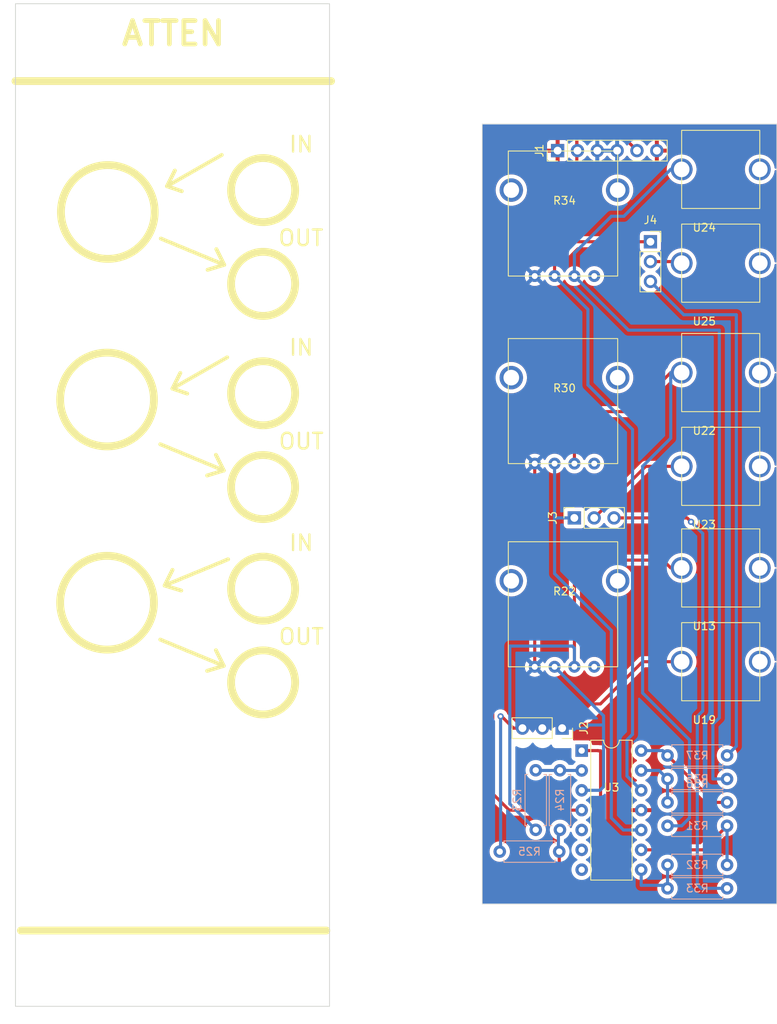
<source format=kicad_pcb>
(kicad_pcb (version 20241229) (generator "pcbnew") (generator_version "9.0")
  (layers (0 "F.Cu" signal) (2 "B.Cu" signal) (13 "F.Paste" user) (15 "B.Paste" user) (5 "F.SilkS" user "F.Silkscreen") (7 "B.SilkS" user "B.Silkscreen") (1 "F.Mask" user) (3 "B.Mask" user) (25 "Edge.Cuts" user))
  (net 0 "")
  (net 1 "GND")
  (net 2 "Net-(R22-E)")
  (net 4 "Net-(J2-Pin_3)")
  (net 5 "+12V")
  (net 8 "Net-(U3A--)")
  (net 9 "Net-(R30-E)")
  (net 13 "Net-(J2-Pin_1)")
  (net 14 "Net-(U3C--)")
  (net 16 "Net-(R34-E)")
  (net 18 "-12V")
  (net 19 "Net-(J2-Pin_2)")
  (net 21 "Net-(U3D--)")
  (net 24 "Net-(J3-Pin_1)")
  (net 25 "Net-(J3-Pin_3)")
  (net 26 "Net-(R24-Pad1)")
  (net 27 "Net-(J3-Pin_2)")
  (net 29 "Net-(R32-Pad1)")
  (net 30 "Net-(R36-Pad1)")
  (net 31 "Net-(J4-Pin_2)")
  (net 32 "Net-(J4-Pin_1)")
  (net 33 "Net-(J4-Pin_3)")
  (footprint "Library:3mm5 Mono Aux" (layer "F.Cu") (at 161.8 60.9 180)
    (property "Reference" "U24" (at 2.1 -7.45 0) (layer "F.SilkS"))
    (property "Value" "Aux_flush")
    (fp_rect (start -5 -5) (end 5 5) (stroke (width 0.12)) (fill no) (layer "F.SilkS"))
    (pad "1" thru_hole circle (at 5 0 180) (size 2.8 2.8) (drill 2) (layers "*.Cu" "*.Mask") (net 16 "Net-(R34-E)"))
    (pad "2" thru_hole circle (at -5 0 180) (size 2.8 2.8) (drill 2) (layers "*.Cu" "*.Mask"))
  )
  (footprint "MountingHole:MountingHole_3.2mm_M3" (layer "F.Cu") (at 104.42 165.2)
    (property "Reference" "REF**" (hide yes))
    (property "Value" "MountingHole_3.2mm_M3")
    (pad "" np_thru_hole circle (at 0 0) (size 3.2 3.2) (drill 3.2) (layers "*.Cu" "*.Mask"))
  )
  (footprint "Library:3mm5 Mono Aux" (layer "F.Cu") (at 161.8 123.9 180)
    (property "Reference" "U19" (at 2.1 -7.45 0) (layer "F.SilkS"))
    (property "Value" "Aux_flush")
    (fp_rect (start -5 -5) (end 5 5) (stroke (width 0.12)) (fill no) (layer "F.SilkS"))
    (pad "1" thru_hole circle (at 5 0 180) (size 2.8 2.8) (drill 2) (layers "*.Cu" "*.Mask") (net 19 "Net-(J2-Pin_2)"))
    (pad "2" thru_hole circle (at -5 0 180) (size 2.8 2.8) (drill 2) (layers "*.Cu" "*.Mask"))
  )
  (footprint "pretties:AlpsPot" (layer "F.Cu") (at 137.99 74.549)
    (property "Reference" "R34" (at 3.81 -9.649 0) (layer "F.SilkS"))
    (property "Value" "AlpsPot")
    (fp_rect (start -3.38 -16) (end 10.62 0) (stroke (width 0.12)) (fill no) (layer "F.SilkS"))
    (pad "1" thru_hole circle (at 0 0) (size 1.524 1.524) (drill 0.762) (layers "*.Cu" "*.Mask") (net 1 "GND"))
    (pad "2" thru_hole circle (at 2.54 0) (size 1.524 1.524) (drill 0.762) (layers "*.Cu" "*.Mask") (net 32 "Net-(J4-Pin_1)"))
    (pad "3" thru_hole circle (at 5.08 0) (size 1.524 1.524) (drill 0.762) (layers "*.Cu" "*.Mask") (net 16 "Net-(R34-E)"))
    (pad "4" thru_hole circle (at 7.62 0) (size 1.524 1.524) (drill 0.762) (layers "*.Cu" "*.Mask"))
    (pad "5" thru_hole circle (at -3 -11) (size 3 3) (drill 2) (layers "*.Cu" "*.Mask"))
    (pad "6" thru_hole circle (at 10.62 -11) (size 3 3) (drill 2) (layers "*.Cu" "*.Mask"))
  )
  (footprint "Connector_PinHeader_2.54mm:PinHeader_1x06_P2.54mm_Vertical" (layer "F.Cu") (at 140.92 58.5 90)
    (property "Reference" "J1" (at 0 -2.33 90) (layer "F.SilkS"))
    (property "Value" "Conn_01x06_Male")
    (fp_line (start -1.33 -1.33) (end 0 -1.33) (stroke (width 0.12)) (layer "F.SilkS"))
    (fp_line (start -1.33 0) (end -1.33 -1.33) (stroke (width 0.12)) (layer "F.SilkS"))
    (fp_line (start 1.33 1.27) (end 1.33 14.03) (stroke (width 0.12)) (layer "F.SilkS"))
    (fp_line (start -1.33 1.27) (end 1.33 1.27) (stroke (width 0.12)) (layer "F.SilkS"))
    (fp_line (start -1.33 1.27) (end -1.33 14.03) (stroke (width 0.12)) (layer "F.SilkS"))
    (fp_line (start -1.33 14.03) (end 1.33 14.03) (stroke (width 0.12)) (layer "F.SilkS"))
    (pad "1" thru_hole rect (at 0 0 90) (size 1.7 1.7) (drill 1) (layers "*.Cu" "*.Mask") (net 5 "+12V"))
    (pad "2" thru_hole oval (at 0 2.54 90) (size 1.7 1.7) (drill 1) (layers "*.Cu" "*.Mask") (net 18 "-12V"))
    (pad "3" thru_hole oval (at 0 5.08 90) (size 1.7 1.7) (drill 1) (layers "*.Cu" "*.Mask") (net 1 "GND"))
    (pad "4" thru_hole oval (at 0 7.62 90) (size 1.7 1.7) (drill 1) (layers "*.Cu" "*.Mask") (net 1 "GND"))
    (pad "5" thru_hole oval (at 0 10.16 90) (size 1.7 1.7) (drill 1) (layers "*.Cu" "*.Mask") (net 18 "-12V"))
    (pad "6" thru_hole oval (at 0 12.7 90) (size 1.7 1.7) (drill 1) (layers "*.Cu" "*.Mask") (net 5 "+12V"))
  )
  (footprint "MountingHole:MountingHole_3.2mm_M3" (layer "F.Cu") (at 103.22 75.55)
    (property "Reference" "REF**" (hide yes))
    (property "Value" "MountingHole_3.2mm_M3" (hide yes))
    (pad "" np_thru_hole circle (at 0 0) (size 6.2 6.2) (drill 6.2) (layers "*.Cu" "*.Mask"))
  )
  (footprint "Library:3mm5 Mono Aux" (layer "F.Cu") (at 161.8 98.9 180)
    (property "Reference" "U23" (at 2.1 -7.45 0) (layer "F.SilkS"))
    (property "Value" "Aux_flush")
    (fp_rect (start -5 -5) (end 5 5) (stroke (width 0.12)) (fill no) (layer "F.SilkS"))
    (pad "1" thru_hole circle (at 5 0 180) (size 2.8 2.8) (drill 2) (layers "*.Cu" "*.Mask") (net 27 "Net-(J3-Pin_2)"))
    (pad "2" thru_hole circle (at -5 0 180) (size 2.8 2.8) (drill 2) (layers "*.Cu" "*.Mask"))
  )
  (footprint "Library:3mm5 Mono Aux" (layer "F.Cu") (at 161.8 111.9 180)
    (property "Reference" "U13" (at 2.1 -7.45 0) (layer "F.SilkS"))
    (property "Value" "Aux_flush")
    (fp_rect (start -5 -5) (end 5 5) (stroke (width 0.12)) (fill no) (layer "F.SilkS"))
    (pad "1" thru_hole circle (at 5 0 180) (size 2.8 2.8) (drill 2) (layers "*.Cu" "*.Mask") (net 2 "Net-(R22-E)"))
    (pad "2" thru_hole circle (at -5 0 180) (size 2.8 2.8) (drill 2) (layers "*.Cu" "*.Mask"))
  )
  (footprint "MountingHole:MountingHole_3.2mm_M3" (layer "F.Cu") (at 79.02 42.7)
    (property "Reference" "REF**" (hide yes))
    (property "Value" "MountingHole_3.2mm_M3")
    (pad "" np_thru_hole circle (at 0 0) (size 3.2 3.2) (drill 3.2) (layers "*.Cu" "*.Mask"))
  )
  (footprint "MountingHole:MountingHole_3.2mm_M3" (layer "F.Cu") (at 103.22 101.55)
    (property "Reference" "REF**" (hide yes))
    (property "Value" "MountingHole_3.2mm_M3" (hide yes))
    (pad "" np_thru_hole circle (at 0 0) (size 6.2 6.2) (drill 6.2) (layers "*.Cu" "*.Mask"))
  )
  (footprint "MountingHole:MountingHole_3.2mm_M3" (layer "F.Cu") (at 103.22 63.55)
    (property "Reference" "REF**" (hide yes))
    (property "Value" "MountingHole_3.2mm_M3" (hide yes))
    (pad "" np_thru_hole circle (at 0 0) (size 6.2 6.2) (drill 6.2) (layers "*.Cu" "*.Mask"))
  )
  (footprint "MountingHole:MountingHole_3.2mm_M3" (layer "F.Cu") (at 103.22 126.55)
    (property "Reference" "REF**" (hide yes))
    (property "Value" "MountingHole_3.2mm_M3" (hide yes))
    (pad "" np_thru_hole circle (at 0 0) (size 6.2 6.2) (drill 6.2) (layers "*.Cu" "*.Mask"))
  )
  (footprint "pretties:AlpsPot" (layer "F.Cu") (at 137.99 98.549)
    (property "Reference" "R30" (at 3.81 -9.649 0) (layer "F.SilkS"))
    (property "Value" "AlpsPot")
    (fp_rect (start -3.38 -16) (end 10.62 0) (stroke (width 0.12)) (fill no) (layer "F.SilkS"))
    (pad "1" thru_hole circle (at 0 0) (size 1.524 1.524) (drill 0.762) (layers "*.Cu" "*.Mask") (net 1 "GND"))
    (pad "2" thru_hole circle (at 2.54 0) (size 1.524 1.524) (drill 0.762) (layers "*.Cu" "*.Mask") (net 24 "Net-(J3-Pin_1)"))
    (pad "3" thru_hole circle (at 5.08 0) (size 1.524 1.524) (drill 0.762) (layers "*.Cu" "*.Mask") (net 9 "Net-(R30-E)"))
    (pad "4" thru_hole circle (at 7.62 0) (size 1.524 1.524) (drill 0.762) (layers "*.Cu" "*.Mask"))
    (pad "5" thru_hole circle (at -3 -11) (size 3 3) (drill 2) (layers "*.Cu" "*.Mask"))
    (pad "6" thru_hole circle (at 10.62 -11) (size 3 3) (drill 2) (layers "*.Cu" "*.Mask"))
  )
  (footprint "MountingHole:MountingHole_3.2mm_M3" (layer "F.Cu") (at 83.24 90.349167)
    (property "Reference" "REF**" (hide yes))
    (property "Value" "MountingHole_3.2mm_M3" (hide yes))
    (pad "" np_thru_hole circle (at 0 0) (size 9.2 9.2) (drill 9.2) (layers "*.Cu" "*.Mask"))
  )
  (footprint "MountingHole:MountingHole_3.2mm_M3" (layer "F.Cu") (at 83.34 66.35)
    (property "Reference" "REF**" (hide yes))
    (property "Value" "MountingHole_3.2mm_M3" (hide yes))
    (pad "" np_thru_hole circle (at 0 0) (size 9.2 9.2) (drill 9.2) (layers "*.Cu" "*.Mask"))
  )
  (footprint "MountingHole:MountingHole_3.2mm_M3" (layer "F.Cu") (at 79.02 165.2)
    (property "Reference" "REF**" (hide yes))
    (property "Value" "MountingHole_3.2mm_M3")
    (pad "" np_thru_hole circle (at 0 0) (size 3.2 3.2) (drill 3.2) (layers "*.Cu" "*.Mask"))
  )
  (footprint "Package_DIP:DIP-14_W7.62mm" (layer "F.Cu") (at 144 135.275)
    (property "Reference" "U3" (at 3.82 4.725 0) (layer "F.SilkS"))
    (property "Value" "TL074")
    (fp_line (start 1.16 -1.33) (end 1.16 16.57) (stroke (width 0.12)) (layer "F.SilkS"))
    (fp_line (start 1.16 16.57) (end 6.46 16.57) (stroke (width 0.12)) (layer "F.SilkS"))
    (fp_line (start 2.81 -1.33) (end 1.16 -1.33) (stroke (width 0.12)) (layer "F.SilkS"))
    (fp_line (start 6.46 -1.33) (end 4.81 -1.33) (stroke (width 0.12)) (layer "F.SilkS"))
    (fp_line (start 6.46 16.57) (end 6.46 -1.33) (stroke (width 0.12)) (layer "F.SilkS"))
    (fp_arc (start 4.81 -1.33) (mid 3.81 -0.33) (end 2.81 -1.33) (stroke (width 0.12)) (layer "F.SilkS"))
    (pad "1" thru_hole rect (at 0 0) (size 1.6 1.6) (drill 0.8) (layers "*.Cu" "*.Mask") (net 26 "Net-(R24-Pad1)"))
    (pad "2" thru_hole oval (at 0 2.54) (size 1.6 1.6) (drill 0.8) (layers "*.Cu" "*.Mask") (net 8 "Net-(U3A--)"))
    (pad "3" thru_hole oval (at 0 5.08) (size 1.6 1.6) (drill 0.8) (layers "*.Cu" "*.Mask") (net 13 "Net-(J2-Pin_1)"))
    (pad "4" thru_hole oval (at 0 7.62) (size 1.6 1.6) (drill 0.8) (layers "*.Cu" "*.Mask") (net 18 "-12V"))
    (pad "5" thru_hole oval (at 0 10.16) (size 1.6 1.6) (drill 0.8) (layers "*.Cu" "*.Mask"))
    (pad "6" thru_hole oval (at 0 12.7) (size 1.6 1.6) (drill 0.8) (layers "*.Cu" "*.Mask"))
    (pad "7" thru_hole oval (at 0 15.24) (size 1.6 1.6) (drill 0.8) (layers "*.Cu" "*.Mask"))
    (pad "8" thru_hole oval (at 7.62 15.24) (size 1.6 1.6) (drill 0.8) (layers "*.Cu" "*.Mask") (net 29 "Net-(R32-Pad1)"))
    (pad "9" thru_hole oval (at 7.62 12.7) (size 1.6 1.6) (drill 0.8) (layers "*.Cu" "*.Mask") (net 14 "Net-(U3C--)"))
    (pad "10" thru_hole oval (at 7.62 10.16) (size 1.6 1.6) (drill 0.8) (layers "*.Cu" "*.Mask") (net 24 "Net-(J3-Pin_1)"))
    (pad "11" thru_hole oval (at 7.62 7.62) (size 1.6 1.6) (drill 0.8) (layers "*.Cu" "*.Mask") (net 5 "+12V"))
    (pad "12" thru_hole oval (at 7.62 5.08) (size 1.6 1.6) (drill 0.8) (layers "*.Cu" "*.Mask") (net 32 "Net-(J4-Pin_1)"))
    (pad "13" thru_hole oval (at 7.62 2.54) (size 1.6 1.6) (drill 0.8) (layers "*.Cu" "*.Mask") (net 21 "Net-(U3D--)"))
    (pad "14" thru_hole oval (at 7.62 0) (size 1.6 1.6) (drill 0.8) (layers "*.Cu" "*.Mask") (net 30 "Net-(R36-Pad1)"))
  )
  (footprint "Library:3mm5 Mono Aux" (layer "F.Cu") (at 161.8 72.9 180)
    (property "Reference" "U25" (at 2.1 -7.45 0) (layer "F.SilkS"))
    (property "Value" "Aux_flush")
    (fp_rect (start -5 -5) (end 5 5) (stroke (width 0.12)) (fill no) (layer "F.SilkS"))
    (pad "1" thru_hole circle (at 5 0 180) (size 2.8 2.8) (drill 2) (layers "*.Cu" "*.Mask") (net 31 "Net-(J4-Pin_2)"))
    (pad "2" thru_hole circle (at -5 0 180) (size 2.8 2.8) (drill 2) (layers "*.Cu" "*.Mask"))
  )
  (footprint "MountingHole:MountingHole_3.2mm_M3" (layer "F.Cu") (at 83.239167 116.35)
    (property "Reference" "REF**" (hide yes))
    (property "Value" "MountingHole_3.2mm_M3" (hide yes))
    (pad "" np_thru_hole circle (at 0 0) (size 9.2 9.2) (drill 9.2) (layers "*.Cu" "*.Mask"))
  )
  (footprint "MountingHole:MountingHole_3.2mm_M3" (layer "F.Cu") (at 104.42 42.7)
    (property "Reference" "REF**" (hide yes))
    (property "Value" "MountingHole_3.2mm_M3")
    (pad "" np_thru_hole circle (at 0 0) (size 3.2 3.2) (drill 3.2) (layers "*.Cu" "*.Mask"))
  )
  (footprint "pretties:AlpsPot" (layer "F.Cu") (at 137.99 124.549)
    (property "Reference" "R22" (at 3.81 -9.649 0) (layer "F.SilkS"))
    (property "Value" "AlpsPot")
    (fp_rect (start -3.38 -16) (end 10.62 0) (stroke (width 0.12)) (fill no) (layer "F.SilkS"))
    (pad "1" thru_hole circle (at 0 0) (size 1.524 1.524) (drill 0.762) (layers "*.Cu" "*.Mask") (net 1 "GND"))
    (pad "2" thru_hole circle (at 2.54 0) (size 1.524 1.524) (drill 0.762) (layers "*.Cu" "*.Mask") (net 13 "Net-(J2-Pin_1)"))
    (pad "3" thru_hole circle (at 5.08 0) (size 1.524 1.524) (drill 0.762) (layers "*.Cu" "*.Mask") (net 2 "Net-(R22-E)"))
    (pad "4" thru_hole circle (at 7.62 0) (size 1.524 1.524) (drill 0.762) (layers "*.Cu" "*.Mask"))
    (pad "5" thru_hole circle (at -3 -11) (size 3 3) (drill 2) (layers "*.Cu" "*.Mask"))
    (pad "6" thru_hole circle (at 10.62 -11) (size 3 3) (drill 2) (layers "*.Cu" "*.Mask"))
  )
  (footprint "Connector_PinSocket_2.54mm:PinSocket_1x03_P2.54mm_Vertical" (layer "F.Cu") (at 143.06 105.5 90)
    (property "Reference" "J3" (at 0 -2.77 90) (layer "F.SilkS"))
    (property "Value" "Conn_01x03_Pin")
    (fp_line (start 1.33 -1.33) (end 1.33 0) (stroke (width 0.12)) (layer "F.SilkS"))
    (fp_line (start 0 -1.33) (end 1.33 -1.33) (stroke (width 0.12)) (layer "F.SilkS"))
    (fp_line (start 1.33 1.27) (end 1.33 6.41) (stroke (width 0.12)) (layer "F.SilkS"))
    (fp_line (start -1.33 1.27) (end 1.33 1.27) (stroke (width 0.12)) (layer "F.SilkS"))
    (fp_line (start -1.33 1.27) (end -1.33 6.41) (stroke (width 0.12)) (layer "F.SilkS"))
    (fp_line (start -1.33 6.41) (end 1.33 6.41) (stroke (width 0.12)) (layer "F.SilkS"))
    (pad "1" thru_hole rect (at 0 0 90) (size 1.7 1.7) (drill 1) (layers "*.Cu" "*.Mask") (net 24 "Net-(J3-Pin_1)"))
    (pad "2" thru_hole circle (at 0 2.54 90) (size 1.7 1.7) (drill 1) (layers "*.Cu" "*.Mask") (net 27 "Net-(J3-Pin_2)"))
    (pad "3" thru_hole circle (at 0 5.08 90) (size 1.7 1.7) (drill 1) (layers "*.Cu" "*.Mask") (net 25 "Net-(J3-Pin_3)"))
  )
  (footprint "Library:3mm5 Mono Aux" (layer "F.Cu") (at 161.8 86.9 180)
    (property "Reference" "U22" (at 2.1 -7.45 0) (layer "F.SilkS"))
    (property "Value" "Aux_flush")
    (fp_rect (start -5 -5) (end 5 5) (stroke (width 0.12)) (fill no) (layer "F.SilkS"))
    (pad "1" thru_hole circle (at 5 0 180) (size 2.8 2.8) (drill 2) (layers "*.Cu" "*.Mask") (net 9 "Net-(R30-E)"))
    (pad "2" thru_hole circle (at -5 0 180) (size 2.8 2.8) (drill 2) (layers "*.Cu" "*.Mask"))
  )
  (footprint "MountingHole:MountingHole_3.2mm_M3" (layer "F.Cu") (at 103.22 114.55)
    (property "Reference" "REF**" (hide yes))
    (property "Value" "MountingHole_3.2mm_M3" (hide yes))
    (pad "" np_thru_hole circle (at 0 0) (size 6.2 6.2) (drill 6.2) (layers "*.Cu" "*.Mask"))
  )
  (footprint "Connector_PinSocket_2.54mm:PinSocket_1x03_P2.54mm_Vertical" (layer "F.Cu") (at 152.8 70.16)
    (property "Reference" "J4" (at 0 -2.77 0) (layer "F.SilkS"))
    (property "Value" "Conn_01x03_Pin")
    (fp_line (start -1.33 1.27) (end -1.33 6.41) (stroke (width 0.12)) (layer "F.SilkS"))
    (fp_line (start -1.33 1.27) (end 1.33 1.27) (stroke (width 0.12)) (layer "F.SilkS"))
    (fp_line (start -1.33 6.41) (end 1.33 6.41) (stroke (width 0.12)) (layer "F.SilkS"))
    (fp_line (start 0 -1.33) (end 1.33 -1.33) (stroke (width 0.12)) (layer "F.SilkS"))
    (fp_line (start 1.33 -1.33) (end 1.33 0) (stroke (width 0.12)) (layer "F.SilkS"))
    (fp_line (start 1.33 1.27) (end 1.33 6.41) (stroke (width 0.12)) (layer "F.SilkS"))
    (pad "1" thru_hole rect (at 0 0) (size 1.7 1.7) (drill 1) (layers "*.Cu" "*.Mask") (net 32 "Net-(J4-Pin_1)"))
    (pad "2" thru_hole circle (at 0 2.54) (size 1.7 1.7) (drill 1) (layers "*.Cu" "*.Mask") (net 31 "Net-(J4-Pin_2)"))
    (pad "3" thru_hole circle (at 0 5.08) (size 1.7 1.7) (drill 1) (layers "*.Cu" "*.Mask") (net 33 "Net-(J4-Pin_3)"))
  )
  (footprint "MountingHole:MountingHole_3.2mm_M3" (layer "F.Cu") (at 103.22 89.55)
    (property "Reference" "REF**" (hide yes))
    (property "Value" "MountingHole_3.2mm_M3" (hide yes))
    (pad "" np_thru_hole circle (at 0 0) (size 6.2 6.2) (drill 6.2) (layers "*.Cu" "*.Mask"))
  )
  (footprint "Connector_PinSocket_2.54mm:PinSocket_1x03_P2.54mm_Vertical" (layer "F.Cu") (at 141.5 132.4 -90)
    (property "Reference" "J2" (at 0 -2.77 90) (layer "F.SilkS"))
    (property "Value" "Conn_01x03_Pin")
    (fp_line (start -1.33 6.41) (end 1.33 6.41) (stroke (width 0.12)) (layer "F.SilkS"))
    (fp_line (start -1.33 1.27) (end -1.33 6.41) (stroke (width 0.12)) (layer "F.SilkS"))
    (fp_line (start -1.33 1.27) (end 1.33 1.27) (stroke (width 0.12)) (layer "F.SilkS"))
    (fp_line (start 1.33 1.27) (end 1.33 6.41) (stroke (width 0.12)) (layer "F.SilkS"))
    (fp_line (start 0 -1.33) (end 1.33 -1.33) (stroke (width 0.12)) (layer "F.SilkS"))
    (fp_line (start 1.33 -1.33) (end 1.33 0) (stroke (width 0.12)) (layer "F.SilkS"))
    (pad "1" thru_hole rect (at 0 0 270) (size 1.7 1.7) (drill 1) (layers "*.Cu" "*.Mask") (net 13 "Net-(J2-Pin_1)"))
    (pad "2" thru_hole circle (at 0 2.54 270) (size 1.7 1.7) (drill 1) (layers "*.Cu" "*.Mask") (net 19 "Net-(J2-Pin_2)"))
    (pad "3" thru_hole circle (at 0 5.08 270) (size 1.7 1.7) (drill 1) (layers "*.Cu" "*.Mask") (net 4 "Net-(J2-Pin_3)"))
  )
  (footprint "Resistor_THT:R_Axial_DIN0207_L6.3mm_D2.5mm_P7.62mm_Horizontal" (layer "B.Cu") (at 138.12 137.79 -90)
    (property "Reference" "R23" (at 3.81 2.37 90) (layer "B.SilkS") (effects (justify mirror)))
    (property "Value" "100k")
    (fp_line (start 0.54 1.37) (end 7.08 1.37) (stroke (width 0.12)) (layer "B.SilkS"))
    (fp_line (start 7.08 1.37) (end 7.08 1.04) (stroke (width 0.12)) (layer "B.SilkS"))
    (fp_line (start 0.54 1.04) (end 0.54 1.37) (stroke (width 0.12)) (layer "B.SilkS"))
    (fp_line (start 0.54 -1.04) (end 0.54 -1.37) (stroke (width 0.12)) (layer "B.SilkS"))
    (fp_line (start 0.54 -1.37) (end 7.08 -1.37) (stroke (width 0.12)) (layer "B.SilkS"))
    (fp_line (start 7.08 -1.37) (end 7.08 -1.04) (stroke (width 0.12)) (layer "B.SilkS"))
    (pad "1" thru_hole circle (at 0 0 270) (size 1.6 1.6) (drill 0.8) (layers "*.Cu" "*.Mask") (net 8 "Net-(U3A--)"))
    (pad "2" thru_hole oval (at 7.62 0 270) (size 1.6 1.6) (drill 0.8) (layers "*.Cu" "*.Mask") (net 2 "Net-(R22-E)"))
  )
  (footprint "Resistor_THT:R_Axial_DIN0207_L6.3mm_D2.5mm_P7.62mm_Horizontal" (layer "B.Cu") (at 162.61 141.9 180)
    (property "Reference" "R36" (at 3.81 2.37 0) (layer "B.SilkS") (effects (justify mirror)))
    (property "Value" "100k")
    (fp_line (start 7.08 1.37) (end 7.08 1.04) (stroke (width 0.12)) (layer "B.SilkS"))
    (fp_line (start 7.08 -1.37) (end 7.08 -1.04) (stroke (width 0.12)) (layer "B.SilkS"))
    (fp_line (start 0.54 1.37) (end 7.08 1.37) (stroke (width 0.12)) (layer "B.SilkS"))
    (fp_line (start 0.54 1.04) (end 0.54 1.37) (stroke (width 0.12)) (layer "B.SilkS"))
    (fp_line (start 0.54 -1.04) (end 0.54 -1.37) (stroke (width 0.12)) (layer "B.SilkS"))
    (fp_line (start 0.54 -1.37) (end 7.08 -1.37) (stroke (width 0.12)) (layer "B.SilkS"))
    (pad "1" thru_hole circle (at 0 0 180) (size 1.6 1.6) (drill 0.8) (layers "*.Cu" "*.Mask") (net 30 "Net-(R36-Pad1)"))
    (pad "2" thru_hole oval (at 7.62 0 180) (size 1.6 1.6) (drill 0.8) (layers "*.Cu" "*.Mask") (net 21 "Net-(U3D--)"))
  )
  (footprint "Resistor_THT:R_Axial_DIN0207_L6.3mm_D2.5mm_P7.62mm_Horizontal" (layer "B.Cu") (at 162.61 152.9 180)
    (property "Reference" "R33" (at 3.81 0 0) (layer "B.SilkS") (effects (justify mirror)))
    (property "Value" "1k")
    (fp_line (start 7.08 1.37) (end 7.08 1.04) (stroke (width 0.12)) (layer "B.SilkS"))
    (fp_line (start 7.08 -1.37) (end 7.08 -1.04) (stroke (width 0.12)) (layer "B.SilkS"))
    (fp_line (start 0.54 1.37) (end 7.08 1.37) (stroke (width 0.12)) (layer "B.SilkS"))
    (fp_line (start 0.54 1.04) (end 0.54 1.37) (stroke (width 0.12)) (layer "B.SilkS"))
    (fp_line (start 0.54 -1.04) (end 0.54 -1.37) (stroke (width 0.12)) (layer "B.SilkS"))
    (fp_line (start 0.54 -1.37) (end 7.08 -1.37) (stroke (width 0.12)) (layer "B.SilkS"))
    (pad "1" thru_hole circle (at 0 0 180) (size 1.6 1.6) (drill 0.8) (layers "*.Cu" "*.Mask") (net 25 "Net-(J3-Pin_3)"))
    (pad "2" thru_hole oval (at 7.62 0 180) (size 1.6 1.6) (drill 0.8) (layers "*.Cu" "*.Mask") (net 29 "Net-(R32-Pad1)"))
  )
  (footprint "Resistor_THT:R_Axial_DIN0207_L6.3mm_D2.5mm_P7.62mm_Horizontal" (layer "B.Cu") (at 141.22 145.41 90)
    (property "Reference" "R24" (at 3.81 0 90) (layer "B.SilkS") (effects (justify mirror)))
    (property "Value" "100k")
    (fp_line (start 7.08 -1.37) (end 7.08 -1.04) (stroke (width 0.12)) (layer "B.SilkS"))
    (fp_line (start 0.54 -1.37) (end 7.08 -1.37) (stroke (width 0.12)) (layer "B.SilkS"))
    (fp_line (start 0.54 -1.04) (end 0.54 -1.37) (stroke (width 0.12)) (layer "B.SilkS"))
    (fp_line (start 0.54 1.04) (end 0.54 1.37) (stroke (width 0.12)) (layer "B.SilkS"))
    (fp_line (start 7.08 1.37) (end 7.08 1.04) (stroke (width 0.12)) (layer "B.SilkS"))
    (fp_line (start 0.54 1.37) (end 7.08 1.37) (stroke (width 0.12)) (layer "B.SilkS"))
    (pad "1" thru_hole circle (at 0 0 90) (size 1.6 1.6) (drill 0.8) (layers "*.Cu" "*.Mask") (net 26 "Net-(R24-Pad1)"))
    (pad "2" thru_hole oval (at 7.62 0 90) (size 1.6 1.6) (drill 0.8) (layers "*.Cu" "*.Mask") (net 8 "Net-(U3A--)"))
  )
  (footprint "Resistor_THT:R_Axial_DIN0207_L6.3mm_D2.5mm_P7.62mm_Horizontal" (layer "B.Cu") (at 154.99 138.9)
    (property "Reference" "R35" (at 3.81 0 0) (layer "B.SilkS") (effects (justify mirror)))
    (property "Value" "100k")
    (fp_line (start 0.54 -1.37) (end 7.08 -1.37) (stroke (width 0.12)) (layer "B.SilkS"))
    (fp_line (start 0.54 -1.04) (end 0.54 -1.37) (stroke (width 0.12)) (layer "B.SilkS"))
    (fp_line (start 0.54 1.04) (end 0.54 1.37) (stroke (width 0.12)) (layer "B.SilkS"))
    (fp_line (start 0.54 1.37) (end 7.08 1.37) (stroke (width 0.12)) (layer "B.SilkS"))
    (fp_line (start 7.08 -1.37) (end 7.08 -1.04) (stroke (width 0.12)) (layer "B.SilkS"))
    (fp_line (start 7.08 1.37) (end 7.08 1.04) (stroke (width 0.12)) (layer "B.SilkS"))
    (pad "1" thru_hole circle (at 0 0) (size 1.6 1.6) (drill 0.8) (layers "*.Cu" "*.Mask") (net 21 "Net-(U3D--)"))
    (pad "2" thru_hole oval (at 7.62 0) (size 1.6 1.6) (drill 0.8) (layers "*.Cu" "*.Mask") (net 16 "Net-(R34-E)"))
  )
  (footprint "Resistor_THT:R_Axial_DIN0207_L6.3mm_D2.5mm_P7.62mm_Horizontal" (layer "B.Cu") (at 133.51 148.2)
    (property "Reference" "R25" (at 3.81 0 0) (layer "B.SilkS") (effects (justify mirror)))
    (property "Value" "1k")
    (fp_line (start 0.54 -1.37) (end 7.08 -1.37) (stroke (width 0.12)) (layer "B.SilkS"))
    (fp_line (start 0.54 -1.04) (end 0.54 -1.37) (stroke (width 0.12)) (layer "B.SilkS"))
    (fp_line (start 0.54 1.04) (end 0.54 1.37) (stroke (width 0.12)) (layer "B.SilkS"))
    (fp_line (start 0.54 1.37) (end 7.08 1.37) (stroke (width 0.12)) (layer "B.SilkS"))
    (fp_line (start 7.08 -1.37) (end 7.08 -1.04) (stroke (width 0.12)) (layer "B.SilkS"))
    (fp_line (start 7.08 1.37) (end 7.08 1.04) (stroke (width 0.12)) (layer "B.SilkS"))
    (pad "1" thru_hole circle (at 0 0) (size 1.6 1.6) (drill 0.8) (layers "*.Cu" "*.Mask") (net 4 "Net-(J2-Pin_3)"))
    (pad "2" thru_hole oval (at 7.62 0) (size 1.6 1.6) (drill 0.8) (layers "*.Cu" "*.Mask") (net 26 "Net-(R24-Pad1)"))
  )
  (footprint "Resistor_THT:R_Axial_DIN0207_L6.3mm_D2.5mm_P7.62mm_Horizontal" (layer "B.Cu") (at 154.99 149.9)
    (property "Reference" "R32" (at 3.81 0 0) (layer "B.SilkS") (effects (justify mirror)))
    (property "Value" "100k")
    (fp_line (start 0.54 -1.37) (end 7.08 -1.37) (stroke (width 0.12)) (layer "B.SilkS"))
    (fp_line (start 0.54 -1.04) (end 0.54 -1.37) (stroke (width 0.12)) (layer "B.SilkS"))
    (fp_line (start 0.54 1.04) (end 0.54 1.37) (stroke (width 0.12)) (layer "B.SilkS"))
    (fp_line (start 0.54 1.37) (end 7.08 1.37) (stroke (width 0.12)) (layer "B.SilkS"))
    (fp_line (start 7.08 -1.37) (end 7.08 -1.04) (stroke (width 0.12)) (layer "B.SilkS"))
    (fp_line (start 7.08 1.37) (end 7.08 1.04) (stroke (width 0.12)) (layer "B.SilkS"))
    (pad "1" thru_hole circle (at 0 0) (size 1.6 1.6) (drill 0.8) (layers "*.Cu" "*.Mask") (net 29 "Net-(R32-Pad1)"))
    (pad "2" thru_hole oval (at 7.62 0) (size 1.6 1.6) (drill 0.8) (layers "*.Cu" "*.Mask") (net 14 "Net-(U3C--)"))
  )
  (footprint "Resistor_THT:R_Axial_DIN0207_L6.3mm_D2.5mm_P7.62mm_Horizontal" (layer "B.Cu") (at 162.61 144.9 180)
    (property "Reference" "R31" (at 3.81 0 0) (layer "B.SilkS") (effects (justify mirror)))
    (property "Value" "100k")
    (fp_line (start 7.08 1.37) (end 7.08 1.04) (stroke (width 0.12)) (layer "B.SilkS"))
    (fp_line (start 7.08 -1.37) (end 7.08 -1.04) (stroke (width 0.12)) (layer "B.SilkS"))
    (fp_line (start 0.54 1.37) (end 7.08 1.37) (stroke (width 0.12)) (layer "B.SilkS"))
    (fp_line (start 0.54 1.04) (end 0.54 1.37) (stroke (width 0.12)) (layer "B.SilkS"))
    (fp_line (start 0.54 -1.04) (end 0.54 -1.37) (stroke (width 0.12)) (layer "B.SilkS"))
    (fp_line (start 0.54 -1.37) (end 7.08 -1.37) (stroke (width 0.12)) (layer "B.SilkS"))
    (pad "1" thru_hole circle (at 0 0 180) (size 1.6 1.6) (drill 0.8) (layers "*.Cu" "*.Mask") (net 14 "Net-(U3C--)"))
    (pad "2" thru_hole oval (at 7.62 0 180) (size 1.6 1.6) (drill 0.8) (layers "*.Cu" "*.Mask") (net 9 "Net-(R30-E)"))
  )
  (footprint "Resistor_THT:R_Axial_DIN0207_L6.3mm_D2.5mm_P7.62mm_Horizontal" (layer "B.Cu") (at 162.61 135.9 180)
    (property "Reference" "R37" (at 3.81 0 0) (layer "B.SilkS") (effects (justify mirror)))
    (property "Value" "1k")
    (fp_line (start 7.08 1.37) (end 7.08 1.04) (stroke (width 0.12)) (layer "B.SilkS"))
    (fp_line (start 7.08 -1.37) (end 7.08 -1.04) (stroke (width 0.12)) (layer "B.SilkS"))
    (fp_line (start 0.54 1.37) (end 7.08 1.37) (stroke (width 0.12)) (layer "B.SilkS"))
    (fp_line (start 0.54 1.04) (end 0.54 1.37) (stroke (width 0.12)) (layer "B.SilkS"))
    (fp_line (start 0.54 -1.04) (end 0.54 -1.37) (stroke (width 0.12)) (layer "B.SilkS"))
    (fp_line (start 0.54 -1.37) (end 7.08 -1.37) (stroke (width 0.12)) (layer "B.SilkS"))
    (pad "1" thru_hole circle (at 0 0 180) (size 1.6 1.6) (drill 0.8) (layers "*.Cu" "*.Mask") (net 33 "Net-(J4-Pin_3)"))
    (pad "2" thru_hole oval (at 7.62 0 180) (size 1.6 1.6) (drill 0.8) (layers "*.Cu" "*.Mask") (net 30 "Net-(R36-Pad1)"))
  )
  (gr_line (start 91.62 88.95) (end 92.62 86.95) (stroke (width 0.5)) (layer "F.SilkS"))
  (gr_circle (center 103.22 114.55) (end 107.32 114.65) (stroke (width 1)) (fill no) (layer "F.SilkS"))
  (gr_line (start 97.178771 97.429306) (end 98.178771 99.429306) (stroke (width 0.5)) (layer "F.SilkS"))
  (gr_line (start 91.62 112.15) (end 90.62 114.15) (stroke (width 0.5)) (layer "F.SilkS"))
  (gr_line (start 71.52 49.6) (end 111.92 49.6) (stroke (width 1)) (layer "F.SilkS"))
  (gr_line (start 90.62 114.15) (end 98.737541 110.791388) (stroke (width 0.5)) (layer "F.SilkS"))
  (gr_line (start 96.06123 100.070694) (end 98.178771 99.429306) (stroke (width 0.5)) (layer "F.SilkS"))
  (gr_circle (center 103.22 101.55) (end 107.32 101.65) (stroke (width 1)) (fill no) (layer "F.SilkS"))
  (gr_line (start 96.06123 125.070694) (end 98.178771 124.429306) (stroke (width 0.5)) (layer "F.SilkS"))
  (gr_line (start 91.62 88.95) (end 93.502459 89.591388) (stroke (width 0.5)) (layer "F.SilkS"))
  (gr_line (start 98.237541 73.108612) (end 90.12 69.75) (stroke (width 0.5)) (layer "F.SilkS"))
  (gr_circle (center 103.22 126.55) (end 107.32 126.65) (stroke (width 1)) (fill no) (layer "F.SilkS"))
  (gr_line (start 97.237541 71.108612) (end 98.237541 73.108612) (stroke (width 0.5)) (layer "F.SilkS"))
  (gr_circle (center 103.22 89.55) (end 107.32 89.65) (stroke (width 1)) (fill no) (layer "F.SilkS"))
  (gr_line (start 92.737541 114.791388) (end 90.62 114.15) (stroke (width 0.5)) (layer "F.SilkS"))
  (gr_line (start 97.178771 122.429306) (end 98.178771 124.429306) (stroke (width 0.5)) (layer "F.SilkS"))
  (gr_line (start 96.12 73.75) (end 98.237541 73.108612) (stroke (width 0.5)) (layer "F.SilkS"))
  (gr_line (start 98.178771 99.429306) (end 90.06123 96.070694) (stroke (width 0.5)) (layer "F.SilkS"))
  (gr_circle (center 103.22 75.55) (end 107.32 75.65) (stroke (width 1)) (fill no) (layer "F.SilkS"))
  (gr_line (start 98.62 84.95) (end 91.62 88.95) (stroke (width 0.5)) (layer "F.SilkS"))
  (gr_line (start 97.92 59.05) (end 90.92 63.05) (stroke (width 0.5)) (layer "F.SilkS"))
  (gr_line (start 90.92 63.05) (end 91.92 61.05) (stroke (width 0.5)) (layer "F.SilkS"))
  (gr_line (start 72.22 158.3) (end 111.32 158.3) (stroke (width 1)) (layer "F.SilkS"))
  (gr_line (start 98.178771 124.429306) (end 90.06123 121.070694) (stroke (width 0.5)) (layer "F.SilkS"))
  (gr_circle (center 83.24 90.349167) (end 89.240833 90.349167) (stroke (width 1)) (fill no) (layer "F.SilkS"))
  (gr_circle (center 103.22 63.55) (end 107.32 63.65) (stroke (width 1)) (fill no) (layer "F.SilkS"))
  (gr_circle (center 83.239167 116.35) (end 89.24 116.35) (stroke (width 1)) (fill no) (layer "F.SilkS"))
  (gr_line (start 90.92 63.05) (end 92.802459 63.691388) (stroke (width 0.5)) (layer "F.SilkS"))
  (gr_circle (center 83.34 66.35) (end 89.340833 66.35) (stroke (width 1)) (fill no) (layer "F.SilkS"))
  (gr_rect (start 131.27 55.1) (end 168.97 154.9) (stroke (width 0.1)) (fill no) (layer "Edge.Cuts"))
  (gr_rect (start 71.52 39.7) (end 111.72 168) (stroke (width 0.1)) (fill no) (layer "Edge.Cuts"))
  (gr_text "ATTEN" (at 91.72 43.5 0) (layer "F.SilkS") (effects (font (size 3 3) (thickness 0.6) (bold yes))))
  (gr_text "OUT" (at 108.1 95.7 0) (layer "F.SilkS") (effects (font (size 2 2) (thickness 0.3))))
  (gr_text "IN" (at 108.1 57.7 0) (layer "F.SilkS") (effects (font (size 2 2) (thickness 0.3))))
  (gr_text "IN" (at 108.1 108.7 0) (layer "F.SilkS") (effects (font (size 2 2) (thickness 0.3))))
  (gr_text "OUT" (at 108.1 120.7 0) (layer "F.SilkS") (effects (font (size 2 2) (thickness 0.3))))
  (gr_text "OUT" (at 108.061689 69.681221 0) (layer "F.SilkS") (effects (font (size 2 2) (thickness 0.3))))
  (gr_text "IN" (at 108.1 83.7 0) (layer "F.SilkS") (effects (font (size 2 2) (thickness 0.3))))
  (segment (start 137.99 124.549) (end 137.99 98.549) (width 0.4) (layer "F.Cu") (net 1))
  (segment (start 144.8 110.9) (end 154.4 110.9) (width 0.4) (layer "F.Cu") (net 2))
  (segment (start 143.07 112.63) (end 144.8 110.9) (width 0.4) (layer "F.Cu") (net 2))
  (segment (start 143.07 124.549) (end 143.07 112.63) (width 0.4) (layer "F.Cu") (net 2))
  (segment (start 154.4 110.9) (end 155.4 111.9) (width 0.4) (layer "F.Cu") (net 2))
  (segment (start 142.8 121.9) (end 143.07 122.17) (width 0.4) (layer "B.Cu") (net 2))
  (segment (start 134.8 142.09) (end 134.8 121.9) (width 0.4) (layer "B.Cu") (net 2))
  (segment (start 143.07 122.17) (end 143.07 124.549) (width 0.4) (layer "B.Cu") (net 2))
  (segment (start 138.12 145.41) (end 134.8 142.09) (width 0.4) (layer "B.Cu") (net 2))
  (segment (start 134.8 121.9) (end 142.8 121.9) (width 0.4) (layer "B.Cu") (net 2))
  (segment (start 133.76 130.9) (end 135.26 132.4) (width 0.4) (layer "F.Cu") (net 4))
  (segment (start 133.62 130.9) (end 133.76 130.9) (width 0.4) (layer "F.Cu") (net 4))
  (segment (start 135.26 132.4) (end 136.42 132.4) (width 0.4) (layer "F.Cu") (net 4))
  (via (at 133.62 130.9) (size 0.8) (drill 0.4) (layers "F.Cu" "B.Cu") (net 4))
  (segment (start 133.62 148.11) (end 133.62 147.3) (width 0.4) (layer "B.Cu") (net 4))
  (segment (start 133.62 147.3) (end 133.62 130.9) (width 0.4) (layer "B.Cu") (net 4))
  (segment (start 144 137.815) (end 138.135 137.815) (width 0.4) (layer "B.Cu") (net 8))
  (segment (start 138.135 137.815) (end 138.12 137.8) (width 0.4) (layer "B.Cu") (net 8))
  (segment (start 146.8 91.9) (end 150.4 91.9) (width 0.4) (layer "F.Cu") (net 9))
  (segment (start 143.07 95.63) (end 146.8 91.9) (width 0.4) (layer "F.Cu") (net 9))
  (segment (start 143.07 98.549) (end 143.07 95.63) (width 0.4) (layer "F.Cu") (net 9))
  (segment (start 150.4 91.9) (end 155.4 86.9) (width 0.4) (layer "F.Cu") (net 9))
  (segment (start 155.4 86.9) (end 155.4 95.3) (width 0.4) (layer "B.Cu") (net 9))
  (segment (start 151.8 127.9) (end 157.8 133.9) (width 0.4) (layer "B.Cu") (net 9))
  (segment (start 156.8 144.9) (end 154.99 144.9) (width 0.4) (layer "B.Cu") (net 9))
  (segment (start 151.8 98.9) (end 151.8 127.9) (width 0.4) (layer "B.Cu") (net 9))
  (segment (start 157.8 133.9) (end 157.8 143.9) (width 0.4) (layer "B.Cu") (net 9))
  (segment (start 157.8 143.9) (end 156.8 144.9) (width 0.4) (layer "B.Cu") (net 9))
  (segment (start 155.4 95.3) (end 151.8 98.9) (width 0.4) (layer "B.Cu") (net 9))
  (segment (start 144 140.355) (end 146.345 140.355) (width 0.4) (layer "B.Cu") (net 13))
  (segment (start 146.8 130.819) (end 140.53 124.549) (width 0.4) (layer "B.Cu") (net 13))
  (segment (start 144.5 132.4) (end 141.5 132.4) (width 0.4) (layer "B.Cu") (net 13))
  (segment (start 144.9 132) (end 144.5 132.4) (width 0.4) (layer "B.Cu") (net 13))
  (segment (start 146.8 132) (end 146.8 130.819) (width 0.4) (layer "B.Cu") (net 13))
  (segment (start 146.8 139.9) (end 146.8 132) (width 0.4) (layer "B.Cu") (net 13))
  (segment (start 146.8 132) (end 144.9 132) (width 0.4) (layer "B.Cu") (net 13))
  (segment (start 146.345 140.355) (end 146.8 139.9) (width 0.4) (layer "B.Cu") (net 13))
  (segment (start 151.62 147.975) (end 159.535 147.975) (width 0.4) (layer "F.Cu") (net 14))
  (segment (start 159.535 147.975) (end 162.61 144.9) (width 0.4) (layer "F.Cu") (net 14))
  (segment (start 162.61 149.9) (end 162.61 144.9) (width 0.4) (layer "B.Cu") (net 14))
  (segment (start 143.07 74.549) (end 143.07 71.63) (width 0.4) (layer "B.Cu") (net 16))
  (segment (start 162.61 138.9) (end 160.8 138.9) (width 0.4) (layer "B.Cu") (net 16))
  (segment (start 161.62 81.47349) (end 149.99449 81.47349) (width 0.4) (layer "B.Cu") (net 16))
  (segment (start 161.62 131.08) (end 161.62 81.47349) (width 0.4) (layer "B.Cu") (net 16))
  (segment (start 160.8 131.9) (end 161.62 131.08) (width 0.4) (layer "B.Cu") (net 16))
  (segment (start 155.4 60.9) (end 156.8 60.9) (width 0.4) (layer "B.Cu") (net 16))
  (segment (start 147.8 66.9) (end 149.4 66.9) (width 0.4) (layer "B.Cu") (net 16))
  (segment (start 143.07 71.63) (end 147.8 66.9) (width 0.4) (layer "B.Cu") (net 16))
  (segment (start 149.99449 81.47349) (end 143.07 74.549) (width 0.4) (layer "B.Cu") (net 16))
  (segment (start 149.4 66.9) (end 155.4 60.9) (width 0.4) (layer "B.Cu") (net 16))
  (segment (start 160.8 138.9) (end 160.8 131.9) (width 0.4) (layer "B.Cu") (net 16))
  (segment (start 133.22 84.56) (end 132.62 85.16) (width 0.4) (layer "F.Cu") (net 18))
  (segment (start 143.38 56.62) (end 143.38 58.42) (width 0.4) (layer "F.Cu") (net 18))
  (segment (start 143.38 61.7) (end 133.22 71.86) (width 0.4) (layer "F.Cu") (net 18))
  (segment (start 132.62 140.8) (end 134.715 142.895) (width 0.4) (layer "F.Cu") (net 18))
  (segment (start 149.2 56.62) (end 151.08 58.5) (width 0.4) (layer "F.Cu") (net 18))
  (segment (start 133.22 71.86) (end 133.22 84.56) (width 0.4) (layer "F.Cu") (net 18))
  (segment (start 134.715 142.895) (end 144 142.895) (width 0.4) (layer "F.Cu") (net 18))
  (segment (start 143.38 58.42) (end 143.46 58.5) (width 0.4) (layer "F.Cu") (net 18))
  (segment (start 144 142.895) (end 143.995 142.9) (width 0.4) (layer "F.Cu") (net 18))
  (segment (start 143.38 56.62) (end 143.38 61.7) (width 0.4) (layer "F.Cu") (net 18))
  (segment (start 143.38 56.62) (end 149.2 56.62) (width 0.4) (layer "F.Cu") (net 18))
  (segment (start 132.62 85.16) (end 132.62 140.8) (width 0.4) (layer "F.Cu") (net 18))
  (segment (start 151.8 123.9) (end 146.4 129.3) (width 0.4) (layer "F.Cu") (net 19))
  (segment (start 139 129.3) (end 139 132.36) (width 0.4) (layer "F.Cu") (net 19))
  (segment (start 156.8 123.9) (end 151.8 123.9) (width 0.4) (layer "F.Cu") (net 19))
  (segment (start 146.4 129.3) (end 139 129.3) (width 0.4) (layer "F.Cu") (net 19))
  (segment (start 139 132.36) (end 138.96 132.4) (width 0.4) (layer "F.Cu") (net 19))
  (segment (start 151.62 137.815) (end 153.905 137.815) (width 0.4) (layer "B.Cu") (net 21))
  (segment (start 154.99 141.9) (end 154.99 138.9) (width 0.4) (layer "B.Cu") (net 21))
  (segment (start 153.905 137.815) (end 154.99 138.9) (width 0.4) (layer "B.Cu") (net 21))
  (segment (start 151.62 145.435) (end 149.335 145.435) (width 0.4) (layer "B.Cu") (net 24))
  (segment (start 140.53 112.63) (end 140.53 105.3) (width 0.4) (layer "B.Cu") (net 24))
  (segment (start 147.8 119.9) (end 140.53 112.63) (width 0.4) (layer "B.Cu") (net 24))
  (segment (start 140.73 105.5) (end 143.06 105.5) (width 0.4) (layer "B.Cu") (net 24))
  (segment (start 149.335 145.435) (end 147.8 143.9) (width 0.4) (layer "B.Cu") (net 24))
  (segment (start 147.8 143.9) (end 147.8 119.9) (width 0.4) (layer "B.Cu") (net 24))
  (segment (start 140.53 105.3) (end 140.73 105.5) (width 0.4) (layer "B.Cu") (net 24))
  (segment (start 140.53 105.3) (end 140.53 98.549) (width 0.4) (layer "B.Cu") (net 24))
  (segment (start 157.5 105.5) (end 158 106) (width 0.4) (layer "F.Cu") (net 25))
  (segment (start 148.14 105.5) (end 157.5 105.5) (width 0.4) (layer "F.Cu") (net 25))
  (via (at 158 106) (size 0.8) (drill 0.4) (layers "F.Cu" "B.Cu") (net 25))
  (segment (start 162.61 152.9) (end 159.3 152.9) (width 0.4) (layer "B.Cu") (net 25))
  (segment (start 159.5 123.8) (end 159.5 107.5) (width 0.4) (layer "B.Cu") (net 25))
  (segment (start 159.5 107.5) (end 158 106) (width 0.4) (layer "B.Cu") (net 25))
  (segment (start 159.3 152.9) (end 158.8 152.4) (width 0.4) (layer "B.Cu") (net 25))
  (segment (start 158.8 130.9) (end 159.5 130.2) (width 0.4) (layer "B.Cu") (net 25))
  (segment (start 159.5 130.2) (end 159.5 123.8) (width 0.4) (layer "B.Cu") (net 25))
  (segment (start 158.8 152.4) (end 158.8 130.9) (width 0.4) (layer "B.Cu") (net 25))
  (segment (start 146.12 135.3) (end 146.095 135.275) (width 0.4) (layer "F.Cu") (net 26))
  (segment (start 141.72 152.9) (end 146.42 152.9) (width 0.4) (layer "F.Cu") (net 26))
  (segment (start 141.13 152.31) (end 141.72 152.9) (width 0.4) (layer "F.Cu") (net 26))
  (segment (start 146.42 152.9) (end 146.42 135.3) (width 0.4) (layer "F.Cu") (net 26))
  (segment (start 141.13 148.2) (end 141.13 152.31) (width 0.4) (layer "F.Cu") (net 26))
  (segment (start 146.42 135.3) (end 146.12 135.3) (width 0.4) (layer "F.Cu") (net 26))
  (segment (start 146.095 135.275) (end 144 135.275) (width 0.4) (layer "F.Cu") (net 26))
  (segment (start 141.02 147.89) (end 141.02 145.61) (width 0.4) (layer "B.Cu") (net 26))
  (segment (start 141.02 145.61) (end 141.22 145.41) (width 0.4) (layer "B.Cu") (net 26))
  (segment (start 145.6 105.5) (end 152.2 98.9) (width 0.4) (layer "F.Cu") (net 27))
  (segment (start 152.2 98.9) (end 156.8 98.9) (width 0.4) (layer "F.Cu") (net 27))
  (segment (start 154.605 152.515) (end 154.99 152.9) (width 0.4) (layer "B.Cu") (net 29))
  (segment (start 151.62 152.515) (end 154.605 152.515) (width 0.4) (layer "B.Cu") (net 29))
  (segment (start 154.99 149.9) (end 154.99 152.9) (width 0.4) (layer "B.Cu") (net 29))
  (segment (start 151.62 150.515) (end 151.62 152.515) (width 0.4) (layer "B.Cu") (net 29))
  (segment (start 160.99 141.9) (end 154.99 135.9) (width 0.4) (layer "F.Cu") (net 30))
  (segment (start 162.61 141.9) (end 160.99 141.9) (width 0.4) (layer "F.Cu") (net 30))
  (segment (start 151.62 135.275) (end 154.365 135.275) (width 0.4) (layer "B.Cu") (net 30))
  (segment (start 154.365 135.275) (end 154.99 135.9) (width 0.4) (layer "B.Cu") (net 30))
  (segment (start 152.8 72.7) (end 156.6 72.7) (width 0.4) (layer "F.Cu") (net 31))
  (segment (start 156.6 72.7) (end 156.8 72.9) (width 0.4) (layer "F.Cu") (net 31))
  (segment (start 140.53 72.77) (end 143.14 70.16) (width 0.4) (layer "F.Cu") (net 32))
  (segment (start 143.14 70.16) (end 152.8 70.16) (width 0.4) (layer "F.Cu") (net 32))
  (segment (start 140.53 74.549) (end 140.53 72.77) (width 0.4) (layer "F.Cu") (net 32))
  (segment (start 150.509511 133.190489) (end 149.8 133.9) (width 0.4) (layer "B.Cu") (net 32))
  (segment (start 140.53 74.549) (end 144.8 78.819) (width 0.4) (layer "B.Cu") (net 32))
  (segment (start 144.8 88.480978) (end 150.509511 94.190489) (width 0.4) (layer "B.Cu") (net 32))
  (segment (start 149.8 138.535) (end 151.62 140.355) (width 0.4) (layer "B.Cu") (net 32))
  (segment (start 144.8 78.819) (end 144.8 88.480978) (width 0.4) (layer "B.Cu") (net 32))
  (segment (start 149.8 133.9) (end 149.8 138.535) (width 0.4) (layer "B.Cu") (net 32))
  (segment (start 150.509511 94.190489) (end 150.509511 133.190489) (width 0.4) (layer "B.Cu") (net 32))
  (segment (start 162.61 135.9) (end 163.8 134.71) (width 0.4) (layer "B.Cu") (net 33))
  (segment (start 163.8 79.5) (end 157.06 79.5) (width 0.4) (layer "B.Cu") (net 33))
  (segment (start 163.8 134.71) (end 163.8 79.5) (width 0.4) (layer "B.Cu") (net 33))
  (segment (start 157.06 79.5) (end 152.8 75.24) (width 0.4) (layer "B.Cu") (net 33))
  (zone (net 5) (net_name "+12V") (layer "F.Cu") (connect_pads (clearance 0.508)) (min_thickness 0.254) (fill yes (thermal_gap 0.508) (thermal_bridge_width 0.508))
    (polygon (pts (xy 168.95 154.887329) (xy 131.3 154.9) (xy 131.3 55.1) (xy 168.95 55.1)))
  )
  (zone (net 1) (net_name "GND") (layer "B.Cu") (connect_pads (clearance 0.508)) (min_thickness 0.254) (fill yes (thermal_gap 0.508) (thermal_bridge_width 0.508))
    (polygon (pts (xy 168.95 154.887329) (xy 131.3 154.9) (xy 131.3 55.1) (xy 168.95 55.1)))
  )
)
</source>
